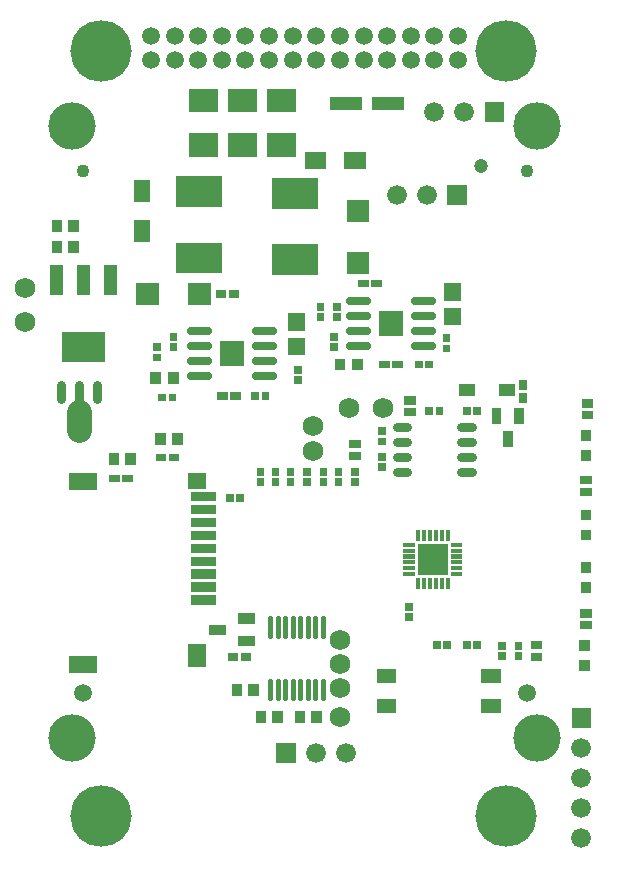
<source format=gts>
G04 Layer: TopSolderMaskLayer*
G04 EasyEDA v6.4.31, 2022-04-07 10:18:28*
G04 166d8731ec0749d1b06731797b2d177b,10*
G04 Gerber Generator version 0.2*
G04 Scale: 100 percent, Rotated: No, Reflected: No *
G04 Dimensions in inches *
G04 leading zeros omitted , absolute positions ,3 integer and 6 decimal *
%FSLAX36Y36*%
%MOIN*%

%ADD74C,0.0266*%
%ADD75C,0.0316*%
%ADD76C,0.0827*%
%ADD77C,0.0180*%
%ADD78C,0.0316*%
%ADD79C,0.0474*%
%ADD80C,0.1576*%
%ADD81C,0.0592*%
%ADD82C,0.0434*%
%ADD83C,0.0680*%
%ADD84C,0.0660*%
%ADD118C,0.2049*%

%LPD*%
D74*
X664798Y-1085000D02*
G01*
X607161Y-1085000D01*
X664798Y-1135000D02*
G01*
X607161Y-1135000D01*
X664798Y-1185000D02*
G01*
X607161Y-1185000D01*
X664798Y-1235000D02*
G01*
X607161Y-1235000D01*
X882839Y-1085000D02*
G01*
X825200Y-1085000D01*
X882839Y-1135000D02*
G01*
X825200Y-1135000D01*
X882839Y-1185000D02*
G01*
X825200Y-1185000D01*
X882839Y-1235000D02*
G01*
X825200Y-1235000D01*
X1194799Y-985000D02*
G01*
X1137160Y-985000D01*
X1194799Y-1035000D02*
G01*
X1137160Y-1035000D01*
X1194799Y-1085000D02*
G01*
X1137160Y-1085000D01*
X1194799Y-1135000D02*
G01*
X1137160Y-1135000D01*
X1412839Y-985000D02*
G01*
X1355200Y-985000D01*
X1412839Y-1035000D02*
G01*
X1355200Y-1035000D01*
X1412839Y-1085000D02*
G01*
X1355200Y-1085000D01*
X1412839Y-1135000D02*
G01*
X1355200Y-1135000D01*
D75*
X175900Y-1262177D02*
G01*
X175900Y-1309421D01*
X294099Y-1262177D02*
G01*
X294099Y-1309421D01*
D76*
X235000Y-1354672D02*
G01*
X235000Y-1413728D01*
D75*
X235000Y-1317258D02*
G01*
X235000Y-1262141D01*
D77*
X872500Y-2308245D02*
G01*
X872500Y-2250796D01*
X897500Y-2308245D02*
G01*
X897500Y-2250796D01*
X922500Y-2308245D02*
G01*
X922500Y-2250796D01*
X947500Y-2308245D02*
G01*
X947500Y-2250796D01*
X972500Y-2308245D02*
G01*
X972500Y-2250796D01*
X997500Y-2308245D02*
G01*
X997500Y-2250796D01*
X1022500Y-2308245D02*
G01*
X1022500Y-2250796D01*
X1047500Y-2308245D02*
G01*
X1047500Y-2250796D01*
X872500Y-2099203D02*
G01*
X872500Y-2041756D01*
X897500Y-2099203D02*
G01*
X897500Y-2041756D01*
X922500Y-2099203D02*
G01*
X922500Y-2041756D01*
X947500Y-2099203D02*
G01*
X947500Y-2041756D01*
X972500Y-2099203D02*
G01*
X972500Y-2041756D01*
X997500Y-2099203D02*
G01*
X997500Y-2041756D01*
X1022500Y-2099203D02*
G01*
X1022500Y-2041756D01*
X1047500Y-2099203D02*
G01*
X1047500Y-2041756D01*
D78*
X1330240Y-1405000D02*
G01*
X1294018Y-1405000D01*
X1330240Y-1455000D02*
G01*
X1294018Y-1455000D01*
X1330240Y-1505000D02*
G01*
X1294018Y-1505000D01*
X1330240Y-1555000D02*
G01*
X1294018Y-1555000D01*
X1545981Y-1405000D02*
G01*
X1509759Y-1405000D01*
X1545981Y-1455000D02*
G01*
X1509759Y-1455000D01*
X1545981Y-1505000D02*
G01*
X1509759Y-1505000D01*
X1545981Y-1555000D02*
G01*
X1509759Y-1555000D01*
D79*
G01*
X1575000Y-535000D03*
D80*
G01*
X211500Y-399149D03*
D81*
G01*
X1727169Y-2291329D03*
D82*
G01*
X1727169Y-549169D03*
D80*
G01*
X1763149Y-399149D03*
G01*
X1763149Y-2441350D03*
G01*
X211500Y-2441350D03*
D81*
G01*
X247480Y-2291329D03*
D82*
G01*
X247480Y-549169D03*
D83*
G01*
X55000Y-940000D03*
G01*
X1105000Y-2115000D03*
G01*
X1105000Y-2195000D03*
G01*
X55000Y-1055000D03*
D84*
G01*
X1910000Y-2775000D03*
G01*
X1910000Y-2675000D03*
G01*
X1910000Y-2575000D03*
G01*
X1910000Y-2475000D03*
G36*
X1876999Y-2408000D02*
G01*
X1876999Y-2341999D01*
X1943000Y-2341999D01*
X1943000Y-2408000D01*
G37*
G01*
X1420000Y-355000D03*
G01*
X1520000Y-355000D03*
G36*
X1586999Y-388000D02*
G01*
X1586999Y-321999D01*
X1653000Y-321999D01*
X1653000Y-388000D01*
G37*
G01*
X1125000Y-2490000D03*
G01*
X1025000Y-2490000D03*
G36*
X891999Y-2523000D02*
G01*
X891999Y-2456999D01*
X958000Y-2456999D01*
X958000Y-2523000D01*
G37*
G01*
X1295000Y-630000D03*
G01*
X1395000Y-630000D03*
G36*
X1461999Y-663000D02*
G01*
X1461999Y-596999D01*
X1528000Y-596999D01*
X1528000Y-663000D01*
G37*
G36*
X1359099Y-1943499D02*
G01*
X1359099Y-1905999D01*
X1372899Y-1905999D01*
X1372899Y-1943499D01*
G37*
G36*
X1378800Y-1943499D02*
G01*
X1378800Y-1905999D01*
X1392600Y-1905999D01*
X1392600Y-1943499D01*
G37*
G36*
X1398500Y-1943499D02*
G01*
X1398500Y-1905999D01*
X1412299Y-1905999D01*
X1412299Y-1943499D01*
G37*
G36*
X1418199Y-1943499D02*
G01*
X1418199Y-1905999D01*
X1431999Y-1905999D01*
X1431999Y-1943499D01*
G37*
G36*
X1437799Y-1943499D02*
G01*
X1437799Y-1905999D01*
X1451599Y-1905999D01*
X1451599Y-1943499D01*
G37*
G36*
X1457500Y-1943499D02*
G01*
X1457500Y-1905999D01*
X1471300Y-1905999D01*
X1471300Y-1943499D01*
G37*
G36*
X1476000Y-1901300D02*
G01*
X1476000Y-1887399D01*
X1513500Y-1887399D01*
X1513500Y-1901300D01*
G37*
G36*
X1476000Y-1881700D02*
G01*
X1476000Y-1867899D01*
X1513500Y-1867899D01*
X1513500Y-1881700D01*
G37*
G36*
X1476000Y-1861999D02*
G01*
X1476000Y-1848200D01*
X1513500Y-1848200D01*
X1513500Y-1861999D01*
G37*
G36*
X1476000Y-1842300D02*
G01*
X1476000Y-1828499D01*
X1513500Y-1828499D01*
X1513500Y-1842300D01*
G37*
G36*
X1476000Y-1822600D02*
G01*
X1476000Y-1808800D01*
X1513500Y-1808800D01*
X1513500Y-1822600D01*
G37*
G36*
X1476000Y-1802899D02*
G01*
X1476000Y-1789099D01*
X1513500Y-1789099D01*
X1513500Y-1802899D01*
G37*
G36*
X1457500Y-1784000D02*
G01*
X1457500Y-1746500D01*
X1471300Y-1746500D01*
X1471300Y-1784000D01*
G37*
G36*
X1437799Y-1784000D02*
G01*
X1437799Y-1746500D01*
X1451599Y-1746500D01*
X1451599Y-1784000D01*
G37*
G36*
X1418199Y-1784000D02*
G01*
X1418199Y-1746500D01*
X1431999Y-1746500D01*
X1431999Y-1784000D01*
G37*
G36*
X1398500Y-1784000D02*
G01*
X1398500Y-1746500D01*
X1412299Y-1746500D01*
X1412299Y-1784000D01*
G37*
G36*
X1378800Y-1784000D02*
G01*
X1378800Y-1746500D01*
X1392600Y-1746500D01*
X1392600Y-1784000D01*
G37*
G36*
X1359099Y-1784000D02*
G01*
X1359099Y-1746500D01*
X1372899Y-1746500D01*
X1372899Y-1784000D01*
G37*
G36*
X1316499Y-1802899D02*
G01*
X1316499Y-1789099D01*
X1353999Y-1789099D01*
X1353999Y-1802899D01*
G37*
G36*
X1316499Y-1822600D02*
G01*
X1316499Y-1808800D01*
X1353999Y-1808800D01*
X1353999Y-1822600D01*
G37*
G36*
X1316499Y-1842300D02*
G01*
X1316499Y-1828499D01*
X1353999Y-1828499D01*
X1353999Y-1842300D01*
G37*
G36*
X1316499Y-1861999D02*
G01*
X1316499Y-1848200D01*
X1353999Y-1848200D01*
X1353999Y-1861999D01*
G37*
G36*
X1316499Y-1881700D02*
G01*
X1316499Y-1867899D01*
X1353999Y-1867899D01*
X1353999Y-1881700D01*
G37*
G36*
X1316499Y-1901300D02*
G01*
X1316499Y-1887399D01*
X1353999Y-1887399D01*
X1353999Y-1901300D01*
G37*
G36*
X1363800Y-1896199D02*
G01*
X1363800Y-1793800D01*
X1466199Y-1793800D01*
X1466199Y-1896199D01*
G37*
G36*
X730999Y-2182600D02*
G01*
X730999Y-2157399D01*
X766099Y-2157399D01*
X766099Y-2182600D01*
G37*
G36*
X773900Y-2182600D02*
G01*
X773900Y-2157399D01*
X808999Y-2157399D01*
X808999Y-2182600D01*
G37*
G36*
X931400Y-1165300D02*
G01*
X931400Y-1105799D01*
X988599Y-1105799D01*
X988599Y-1165300D01*
G37*
G36*
X931400Y-1084200D02*
G01*
X931400Y-1024699D01*
X988599Y-1024699D01*
X988599Y-1084200D01*
G37*
G36*
X417500Y-655199D02*
G01*
X417500Y-581999D01*
X472500Y-581999D01*
X472500Y-655199D01*
G37*
G36*
X417500Y-788000D02*
G01*
X417500Y-714800D01*
X472500Y-714800D01*
X472500Y-788000D01*
G37*
G36*
X1278900Y-1207600D02*
G01*
X1278900Y-1182399D01*
X1313999Y-1182399D01*
X1313999Y-1207600D01*
G37*
G36*
X1236000Y-1207600D02*
G01*
X1236000Y-1182399D01*
X1271099Y-1182399D01*
X1271099Y-1207600D01*
G37*
G36*
X1451400Y-1065300D02*
G01*
X1451400Y-1005799D01*
X1508599Y-1005799D01*
X1508599Y-1065300D01*
G37*
G36*
X1451400Y-984200D02*
G01*
X1451400Y-924699D01*
X1508599Y-924699D01*
X1508599Y-984200D01*
G37*
G36*
X482399Y-1151100D02*
G01*
X482399Y-1124800D01*
X507600Y-1124800D01*
X507600Y-1151100D01*
G37*
G36*
X482399Y-1185199D02*
G01*
X482399Y-1158899D01*
X507600Y-1158899D01*
X507600Y-1185199D01*
G37*
G36*
X531799Y-1259000D02*
G01*
X531799Y-1220999D01*
X567500Y-1220999D01*
X567500Y-1259000D01*
G37*
G36*
X472500Y-1259000D02*
G01*
X472500Y-1220999D01*
X508200Y-1220999D01*
X508200Y-1259000D01*
G37*
G36*
X533899Y-1317600D02*
G01*
X533899Y-1292399D01*
X560199Y-1292399D01*
X560199Y-1317600D01*
G37*
G36*
X499800Y-1317600D02*
G01*
X499800Y-1292399D01*
X526100Y-1292399D01*
X526100Y-1317600D01*
G37*
G36*
X952399Y-1226100D02*
G01*
X952399Y-1199800D01*
X977600Y-1199800D01*
X977600Y-1226100D01*
G37*
G36*
X952399Y-1260199D02*
G01*
X952399Y-1233899D01*
X977600Y-1233899D01*
X977600Y-1260199D01*
G37*
G36*
X809799Y-1312600D02*
G01*
X809799Y-1287399D01*
X836099Y-1287399D01*
X836099Y-1312600D01*
G37*
G36*
X843900Y-1312600D02*
G01*
X843900Y-1287399D01*
X870200Y-1287399D01*
X870200Y-1312600D01*
G37*
G36*
X1142399Y-1566100D02*
G01*
X1142399Y-1539800D01*
X1167600Y-1539800D01*
X1167600Y-1566100D01*
G37*
G36*
X1142399Y-1600199D02*
G01*
X1142399Y-1573899D01*
X1167600Y-1573899D01*
X1167600Y-1600199D01*
G37*
G36*
X877399Y-1566100D02*
G01*
X877399Y-1539800D01*
X902600Y-1539800D01*
X902600Y-1566100D01*
G37*
G36*
X877399Y-1600199D02*
G01*
X877399Y-1573899D01*
X902600Y-1573899D01*
X902600Y-1600199D01*
G37*
G36*
X703600Y-1201399D02*
G01*
X703600Y-1118600D01*
X786400Y-1118600D01*
X786400Y-1201399D01*
G37*
D83*
G01*
X1135000Y-1340000D03*
G01*
X1250000Y-1340000D03*
G36*
X738899Y-1312600D02*
G01*
X738899Y-1287399D01*
X773999Y-1287399D01*
X773999Y-1312600D01*
G37*
G36*
X695999Y-1312600D02*
G01*
X695999Y-1287399D01*
X731100Y-1287399D01*
X731100Y-1312600D01*
G37*
G36*
X690999Y-972600D02*
G01*
X690999Y-947399D01*
X726100Y-947399D01*
X726100Y-972600D01*
G37*
G36*
X733899Y-972600D02*
G01*
X733899Y-947399D01*
X768999Y-947399D01*
X768999Y-972600D01*
G37*
G36*
X986999Y-542500D02*
G01*
X986999Y-487500D01*
X1060200Y-487500D01*
X1060200Y-542500D01*
G37*
G36*
X1119799Y-542500D02*
G01*
X1119799Y-487500D01*
X1193000Y-487500D01*
X1193000Y-542500D01*
G37*
G36*
X1166000Y-937600D02*
G01*
X1166000Y-912399D01*
X1201099Y-912399D01*
X1201099Y-937600D01*
G37*
G36*
X1208900Y-937600D02*
G01*
X1208900Y-912399D01*
X1243999Y-912399D01*
X1243999Y-937600D01*
G37*
G36*
X490999Y-1517600D02*
G01*
X490999Y-1492399D01*
X526100Y-1492399D01*
X526100Y-1517600D01*
G37*
G36*
X533899Y-1517600D02*
G01*
X533899Y-1492399D01*
X569000Y-1492399D01*
X569000Y-1517600D01*
G37*
G36*
X335999Y-1587600D02*
G01*
X335999Y-1562399D01*
X371100Y-1562399D01*
X371100Y-1587600D01*
G37*
G36*
X378899Y-1587600D02*
G01*
X378899Y-1562399D01*
X414000Y-1562399D01*
X414000Y-1587600D01*
G37*
G36*
X426199Y-995500D02*
G01*
X426199Y-924499D01*
X501100Y-924499D01*
X501100Y-995500D01*
G37*
G36*
X598899Y-995500D02*
G01*
X598899Y-924499D01*
X673800Y-924499D01*
X673800Y-995500D01*
G37*
G36*
X1129499Y-721100D02*
G01*
X1129499Y-646199D01*
X1200500Y-646199D01*
X1200500Y-721100D01*
G37*
G36*
X1129499Y-893800D02*
G01*
X1129499Y-818899D01*
X1200500Y-818899D01*
X1200500Y-893800D01*
G37*
G36*
X1248500Y-346500D02*
G01*
X1248500Y-303499D01*
X1281499Y-303499D01*
X1281499Y-346500D01*
G37*
G36*
X1211000Y-346500D02*
G01*
X1211000Y-303499D01*
X1248999Y-303499D01*
X1248999Y-346500D01*
G37*
G36*
X1281000Y-346500D02*
G01*
X1281000Y-303499D01*
X1318999Y-303499D01*
X1318999Y-346500D01*
G37*
G36*
X1108500Y-346500D02*
G01*
X1108500Y-303499D01*
X1141499Y-303499D01*
X1141499Y-346500D01*
G37*
G36*
X1141000Y-346500D02*
G01*
X1141000Y-303499D01*
X1178999Y-303499D01*
X1178999Y-346500D01*
G37*
G36*
X1071000Y-346500D02*
G01*
X1071000Y-303499D01*
X1108999Y-303499D01*
X1108999Y-346500D01*
G37*
G36*
X558200Y-891399D02*
G01*
X558200Y-789000D01*
X711799Y-789000D01*
X711799Y-891399D01*
G37*
G36*
X558200Y-670999D02*
G01*
X558200Y-568600D01*
X711799Y-568600D01*
X711799Y-670999D01*
G37*
G36*
X878199Y-896399D02*
G01*
X878199Y-794000D01*
X1031800Y-794000D01*
X1031800Y-896399D01*
G37*
G36*
X878199Y-675999D02*
G01*
X878199Y-573600D01*
X1031800Y-573600D01*
X1031800Y-675999D01*
G37*
G36*
X1686599Y-1392199D02*
G01*
X1686599Y-1339000D01*
X1718199Y-1339000D01*
X1718199Y-1392199D01*
G37*
G36*
X1611800Y-1392199D02*
G01*
X1611800Y-1339000D01*
X1643400Y-1339000D01*
X1643400Y-1392199D01*
G37*
G36*
X1649200Y-1470999D02*
G01*
X1649200Y-1417800D01*
X1680799Y-1417800D01*
X1680799Y-1470999D01*
G37*
G36*
X537399Y-1116100D02*
G01*
X537399Y-1089800D01*
X562600Y-1089800D01*
X562600Y-1116100D01*
G37*
G36*
X537399Y-1150199D02*
G01*
X537399Y-1123899D01*
X562600Y-1123899D01*
X562600Y-1150199D01*
G37*
G36*
X724800Y-1652600D02*
G01*
X724800Y-1627399D01*
X751100Y-1627399D01*
X751100Y-1652600D01*
G37*
G36*
X758899Y-1652600D02*
G01*
X758899Y-1627399D01*
X785200Y-1627399D01*
X785200Y-1652600D01*
G37*
G36*
X1027399Y-1016100D02*
G01*
X1027399Y-989800D01*
X1052600Y-989800D01*
X1052600Y-1016100D01*
G37*
G36*
X1027399Y-1050199D02*
G01*
X1027399Y-1023899D01*
X1052600Y-1023899D01*
X1052600Y-1050199D01*
G37*
G36*
X1082399Y-1050199D02*
G01*
X1082399Y-1023899D01*
X1107600Y-1023899D01*
X1107600Y-1050199D01*
G37*
G36*
X1082399Y-1016100D02*
G01*
X1082399Y-989800D01*
X1107600Y-989800D01*
X1107600Y-1016100D01*
G37*
G36*
X1146800Y-1214000D02*
G01*
X1146800Y-1175999D01*
X1182500Y-1175999D01*
X1182500Y-1214000D01*
G37*
G36*
X1087500Y-1214000D02*
G01*
X1087500Y-1175999D01*
X1123199Y-1175999D01*
X1123199Y-1214000D01*
G37*
G36*
X1072399Y-1150199D02*
G01*
X1072399Y-1123899D01*
X1097600Y-1123899D01*
X1097600Y-1150199D01*
G37*
G36*
X1072399Y-1116100D02*
G01*
X1072399Y-1089800D01*
X1097600Y-1089800D01*
X1097600Y-1116100D01*
G37*
G36*
X1447399Y-1121100D02*
G01*
X1447399Y-1094800D01*
X1472600Y-1094800D01*
X1472600Y-1121100D01*
G37*
G36*
X1447399Y-1155199D02*
G01*
X1447399Y-1128899D01*
X1472600Y-1128899D01*
X1472600Y-1155199D01*
G37*
G36*
X1354799Y-1207600D02*
G01*
X1354799Y-1182399D01*
X1381099Y-1182399D01*
X1381099Y-1207600D01*
G37*
G36*
X1388900Y-1207600D02*
G01*
X1388900Y-1182399D01*
X1415200Y-1182399D01*
X1415200Y-1207600D01*
G37*
G36*
X1322399Y-2050199D02*
G01*
X1322399Y-2023899D01*
X1347600Y-2023899D01*
X1347600Y-2050199D01*
G37*
G36*
X1322399Y-2016100D02*
G01*
X1322399Y-1989800D01*
X1347600Y-1989800D01*
X1347600Y-2016100D01*
G37*
G36*
X1087399Y-1566100D02*
G01*
X1087399Y-1539800D01*
X1112600Y-1539800D01*
X1112600Y-1566100D01*
G37*
G36*
X1087399Y-1600199D02*
G01*
X1087399Y-1573899D01*
X1112600Y-1573899D01*
X1112600Y-1600199D01*
G37*
G36*
X927399Y-1566100D02*
G01*
X927399Y-1539800D01*
X952600Y-1539800D01*
X952600Y-1566100D01*
G37*
G36*
X927399Y-1600199D02*
G01*
X927399Y-1573899D01*
X952600Y-1573899D01*
X952600Y-1600199D01*
G37*
G36*
X982399Y-1566100D02*
G01*
X982399Y-1539800D01*
X1007600Y-1539800D01*
X1007600Y-1566100D01*
G37*
G36*
X982399Y-1600199D02*
G01*
X982399Y-1573899D01*
X1007600Y-1573899D01*
X1007600Y-1600199D01*
G37*
G36*
X1037399Y-1566100D02*
G01*
X1037399Y-1539800D01*
X1062600Y-1539800D01*
X1062600Y-1566100D01*
G37*
G36*
X1037399Y-1600199D02*
G01*
X1037399Y-1573899D01*
X1062600Y-1573899D01*
X1062600Y-1600199D01*
G37*
G36*
X1740299Y-2183499D02*
G01*
X1740299Y-2155799D01*
X1779700Y-2155799D01*
X1779700Y-2183499D01*
G37*
G36*
X1740299Y-2144200D02*
G01*
X1740299Y-2116500D01*
X1779700Y-2116500D01*
X1779700Y-2144200D01*
G37*
G36*
X827399Y-1566100D02*
G01*
X827399Y-1539800D01*
X852600Y-1539800D01*
X852600Y-1566100D01*
G37*
G36*
X827399Y-1600199D02*
G01*
X827399Y-1573899D01*
X852600Y-1573899D01*
X852600Y-1600199D01*
G37*
G36*
X1229399Y-2358699D02*
G01*
X1229399Y-2311300D01*
X1293400Y-2311300D01*
X1293400Y-2358699D01*
G37*
G36*
X1576599Y-2358699D02*
G01*
X1576599Y-2311300D01*
X1640600Y-2311300D01*
X1640600Y-2358699D01*
G37*
G36*
X1576599Y-2258699D02*
G01*
X1576599Y-2211300D01*
X1640600Y-2211300D01*
X1640600Y-2258699D01*
G37*
G36*
X1229399Y-2258699D02*
G01*
X1229399Y-2211300D01*
X1293400Y-2211300D01*
X1293400Y-2258699D01*
G37*
G36*
X1233599Y-1101399D02*
G01*
X1233599Y-1018600D01*
X1316400Y-1018600D01*
X1316400Y-1101399D01*
G37*
G36*
X319299Y-964000D02*
G01*
X319299Y-862800D01*
X361799Y-862800D01*
X361799Y-964000D01*
G37*
G36*
X228699Y-964000D02*
G01*
X228699Y-862800D01*
X271300Y-862800D01*
X271300Y-964000D01*
G37*
G36*
X138200Y-964000D02*
G01*
X138200Y-862800D01*
X180700Y-862800D01*
X180700Y-964000D01*
G37*
G36*
X177100Y-1187199D02*
G01*
X177100Y-1085999D01*
X322899Y-1085999D01*
X322899Y-1187199D01*
G37*
G36*
X954700Y-2389699D02*
G01*
X954700Y-2350300D01*
X990200Y-2350300D01*
X990200Y-2389699D01*
G37*
G36*
X1009799Y-2389699D02*
G01*
X1009799Y-2350300D01*
X1045299Y-2350300D01*
X1045299Y-2389699D01*
G37*
G36*
X879799Y-2389699D02*
G01*
X879799Y-2350300D01*
X915299Y-2350300D01*
X915299Y-2389699D01*
G37*
G36*
X824700Y-2389699D02*
G01*
X824700Y-2350300D01*
X860200Y-2350300D01*
X860200Y-2389699D01*
G37*
G36*
X799799Y-2299699D02*
G01*
X799799Y-2260300D01*
X835299Y-2260300D01*
X835299Y-2299699D01*
G37*
G36*
X744699Y-2299699D02*
G01*
X744699Y-2260300D01*
X780200Y-2260300D01*
X780200Y-2299699D01*
G37*
G36*
X601199Y-354699D02*
G01*
X601199Y-275799D01*
X698800Y-275799D01*
X698800Y-354699D01*
G37*
G36*
X601199Y-504200D02*
G01*
X601199Y-425300D01*
X698800Y-425300D01*
X698800Y-504200D01*
G37*
G36*
X731199Y-354699D02*
G01*
X731199Y-275799D01*
X828800Y-275799D01*
X828800Y-354699D01*
G37*
G36*
X731199Y-504200D02*
G01*
X731199Y-425300D01*
X828800Y-425300D01*
X828800Y-504200D01*
G37*
G36*
X861199Y-354699D02*
G01*
X861199Y-275799D01*
X958800Y-275799D01*
X958800Y-354699D01*
G37*
G36*
X861199Y-504200D02*
G01*
X861199Y-425300D01*
X958800Y-425300D01*
X958800Y-504200D01*
G37*
G36*
X1702399Y-1324000D02*
G01*
X1702399Y-1288899D01*
X1727600Y-1288899D01*
X1727600Y-1324000D01*
G37*
G36*
X1702399Y-1281100D02*
G01*
X1702399Y-1245999D01*
X1727600Y-1245999D01*
X1727600Y-1281100D01*
G37*
G36*
X334699Y-1529699D02*
G01*
X334699Y-1490300D01*
X370199Y-1490300D01*
X370199Y-1529699D01*
G37*
G36*
X389800Y-1529699D02*
G01*
X389800Y-1490300D01*
X425300Y-1490300D01*
X425300Y-1529699D01*
G37*
G36*
X144699Y-754699D02*
G01*
X144699Y-715300D01*
X180199Y-715300D01*
X180199Y-754699D01*
G37*
G36*
X199800Y-754699D02*
G01*
X199800Y-715300D01*
X235300Y-715300D01*
X235300Y-754699D01*
G37*
G36*
X1320200Y-1329200D02*
G01*
X1320200Y-1301500D01*
X1359700Y-1301500D01*
X1359700Y-1329200D01*
G37*
G36*
X1320200Y-1368499D02*
G01*
X1320200Y-1340799D01*
X1359700Y-1340799D01*
X1359700Y-1368499D01*
G37*
G36*
X489699Y-1464699D02*
G01*
X489699Y-1425300D01*
X525199Y-1425300D01*
X525199Y-1464699D01*
G37*
G36*
X544800Y-1464699D02*
G01*
X544800Y-1425300D01*
X580300Y-1425300D01*
X580300Y-1464699D01*
G37*
G36*
X144699Y-824699D02*
G01*
X144699Y-785300D01*
X180199Y-785300D01*
X180199Y-824699D01*
G37*
G36*
X199800Y-824699D02*
G01*
X199800Y-785300D01*
X235300Y-785300D01*
X235300Y-824699D01*
G37*
G36*
X667199Y-2097800D02*
G01*
X667199Y-2062199D01*
X724400Y-2062199D01*
X724400Y-2097800D01*
G37*
G36*
X765600Y-2060399D02*
G01*
X765600Y-2024800D01*
X822799Y-2024800D01*
X822799Y-2060399D01*
G37*
G36*
X765600Y-2135200D02*
G01*
X765600Y-2099600D01*
X822799Y-2099600D01*
X822799Y-2135200D01*
G37*
G36*
X1636300Y-1300700D02*
G01*
X1636300Y-1259299D01*
X1687600Y-1259299D01*
X1687600Y-1300700D01*
G37*
G36*
X1502399Y-1300700D02*
G01*
X1502399Y-1259299D01*
X1553699Y-1259299D01*
X1553699Y-1300700D01*
G37*
G36*
X1632399Y-2146100D02*
G01*
X1632399Y-2119800D01*
X1657600Y-2119800D01*
X1657600Y-2146100D01*
G37*
G36*
X1632399Y-2180200D02*
G01*
X1632399Y-2153899D01*
X1657600Y-2153899D01*
X1657600Y-2180200D01*
G37*
G36*
X1687399Y-2146100D02*
G01*
X1687399Y-2119800D01*
X1712600Y-2119800D01*
X1712600Y-2146100D01*
G37*
G36*
X1687399Y-2180200D02*
G01*
X1687399Y-2153899D01*
X1712600Y-2153899D01*
X1712600Y-2180200D01*
G37*
G36*
X1548900Y-2142600D02*
G01*
X1548900Y-2117399D01*
X1575200Y-2117399D01*
X1575200Y-2142600D01*
G37*
G36*
X1514799Y-2142600D02*
G01*
X1514799Y-2117399D01*
X1541099Y-2117399D01*
X1541099Y-2142600D01*
G37*
G36*
X1448900Y-2142600D02*
G01*
X1448900Y-2117399D01*
X1475200Y-2117399D01*
X1475200Y-2142600D01*
G37*
G36*
X1414799Y-2142600D02*
G01*
X1414799Y-2117399D01*
X1441099Y-2117399D01*
X1441099Y-2142600D01*
G37*
G36*
X1910299Y-1378499D02*
G01*
X1910299Y-1350799D01*
X1949700Y-1350799D01*
X1949700Y-1378499D01*
G37*
G36*
X1910299Y-1339200D02*
G01*
X1910299Y-1311500D01*
X1949700Y-1311500D01*
X1949700Y-1339200D01*
G37*
G36*
X1905299Y-1633499D02*
G01*
X1905299Y-1605799D01*
X1944700Y-1605799D01*
X1944700Y-1633499D01*
G37*
G36*
X1905299Y-1594200D02*
G01*
X1905299Y-1566500D01*
X1944700Y-1566500D01*
X1944700Y-1594200D01*
G37*
G36*
X1905299Y-2039200D02*
G01*
X1905299Y-2011500D01*
X1944700Y-2011500D01*
X1944700Y-2039200D01*
G37*
G36*
X1905299Y-2078499D02*
G01*
X1905299Y-2050799D01*
X1944700Y-2050799D01*
X1944700Y-2078499D01*
G37*
G36*
X1548900Y-1362600D02*
G01*
X1548900Y-1337399D01*
X1575200Y-1337399D01*
X1575200Y-1362600D01*
G37*
G36*
X1514799Y-1362600D02*
G01*
X1514799Y-1337399D01*
X1541099Y-1337399D01*
X1541099Y-1362600D01*
G37*
G36*
X1389799Y-1362600D02*
G01*
X1389799Y-1337399D01*
X1416099Y-1337399D01*
X1416099Y-1362600D01*
G37*
G36*
X1423900Y-1362600D02*
G01*
X1423900Y-1337399D01*
X1450200Y-1337399D01*
X1450200Y-1362600D01*
G37*
G36*
X1135299Y-1474200D02*
G01*
X1135299Y-1446500D01*
X1174700Y-1446500D01*
X1174700Y-1474200D01*
G37*
G36*
X1135299Y-1513499D02*
G01*
X1135299Y-1485799D01*
X1174700Y-1485799D01*
X1174700Y-1513499D01*
G37*
G01*
X1105000Y-2275000D03*
D81*
G01*
X475030Y-99980D03*
G01*
X475030Y-178719D03*
G01*
X553769Y-99980D03*
G01*
X553769Y-178719D03*
G01*
X632510Y-178719D03*
G01*
X632510Y-99980D03*
G01*
X789989Y-99980D03*
G01*
X789989Y-178719D03*
G01*
X711250Y-178719D03*
G01*
X711250Y-99980D03*
G01*
X947470Y-99980D03*
G01*
X947470Y-178719D03*
G01*
X868729Y-178719D03*
G01*
X868729Y-99980D03*
G01*
X1104949Y-99980D03*
G01*
X1104949Y-178719D03*
G01*
X1026210Y-178719D03*
G01*
X1026210Y-99980D03*
G01*
X1262430Y-99980D03*
G01*
X1262430Y-178719D03*
G01*
X1183689Y-178719D03*
G01*
X1183689Y-99980D03*
G01*
X1419909Y-99980D03*
G01*
X1419909Y-178719D03*
G01*
X1341170Y-178719D03*
G01*
X1341170Y-99980D03*
G01*
X1498649Y-178719D03*
G01*
X1498649Y-99980D03*
D83*
G01*
X1015000Y-1400000D03*
G01*
X1015000Y-1485000D03*
G01*
X1105000Y-2370000D03*
G36*
X609200Y-1996399D02*
G01*
X609200Y-1964899D01*
X691999Y-1964899D01*
X691999Y-1996399D01*
G37*
G36*
X609200Y-1953400D02*
G01*
X609200Y-1921799D01*
X691900Y-1921799D01*
X691900Y-1953400D01*
G37*
G36*
X609200Y-1910199D02*
G01*
X609200Y-1878699D01*
X691999Y-1878699D01*
X691999Y-1910199D01*
G37*
G36*
X609200Y-1866900D02*
G01*
X609200Y-1835399D01*
X691999Y-1835399D01*
X691999Y-1866900D01*
G37*
G36*
X609200Y-1823699D02*
G01*
X609200Y-1792100D01*
X691999Y-1792100D01*
X691999Y-1823699D01*
G37*
G36*
X609200Y-1780399D02*
G01*
X609200Y-1748899D01*
X691999Y-1748899D01*
X691999Y-1780399D01*
G37*
G36*
X609200Y-1737300D02*
G01*
X609200Y-1705700D01*
X691999Y-1705700D01*
X691999Y-1737300D01*
G37*
G36*
X609200Y-1694000D02*
G01*
X609200Y-1662500D01*
X691999Y-1662500D01*
X691999Y-1694000D01*
G37*
G36*
X609200Y-1650599D02*
G01*
X609200Y-1619000D01*
X691999Y-1619000D01*
X691999Y-1650599D01*
G37*
G36*
X599899Y-1609899D02*
G01*
X599899Y-1558699D01*
X658899Y-1558699D01*
X658899Y-1609899D01*
G37*
G36*
X599899Y-2202700D02*
G01*
X599899Y-2128699D01*
X658899Y-2128699D01*
X658899Y-2202700D01*
G37*
G36*
X202399Y-2222700D02*
G01*
X202399Y-2168699D01*
X296399Y-2168699D01*
X296399Y-2222700D01*
G37*
G36*
X202399Y-1612699D02*
G01*
X202399Y-1558699D01*
X296399Y-1558699D01*
X296399Y-1612699D01*
G37*
G36*
X1907299Y-1714200D02*
G01*
X1907299Y-1678800D01*
X1942700Y-1678800D01*
X1942700Y-1714200D01*
G37*
G36*
X1907299Y-1781199D02*
G01*
X1907299Y-1745799D01*
X1942700Y-1745799D01*
X1942700Y-1781199D01*
G37*
G36*
X1907299Y-1956199D02*
G01*
X1907299Y-1920799D01*
X1942700Y-1920799D01*
X1942700Y-1956199D01*
G37*
G36*
X1907299Y-1889200D02*
G01*
X1907299Y-1853800D01*
X1942700Y-1853800D01*
X1942700Y-1889200D01*
G37*
G36*
X1232399Y-1550199D02*
G01*
X1232399Y-1523899D01*
X1257600Y-1523899D01*
X1257600Y-1550199D01*
G37*
G36*
X1232399Y-1516100D02*
G01*
X1232399Y-1489800D01*
X1257600Y-1489800D01*
X1257600Y-1516100D01*
G37*
G36*
X1232399Y-1465199D02*
G01*
X1232399Y-1438899D01*
X1257600Y-1438899D01*
X1257600Y-1465199D01*
G37*
G36*
X1232399Y-1431100D02*
G01*
X1232399Y-1404800D01*
X1257600Y-1404800D01*
X1257600Y-1431100D01*
G37*
G36*
X1902299Y-2149200D02*
G01*
X1902299Y-2113800D01*
X1937700Y-2113800D01*
X1937700Y-2149200D01*
G37*
G36*
X1902299Y-2216199D02*
G01*
X1902299Y-2180799D01*
X1937700Y-2180799D01*
X1937700Y-2216199D01*
G37*
G36*
X1907299Y-1449200D02*
G01*
X1907299Y-1413800D01*
X1942700Y-1413800D01*
X1942700Y-1449200D01*
G37*
G36*
X1907299Y-1516199D02*
G01*
X1907299Y-1480799D01*
X1942700Y-1480799D01*
X1942700Y-1516199D01*
G37*
D118*
G01*
X310000Y-150000D03*
G01*
X1660000Y-150000D03*
G01*
X310000Y-2700000D03*
G01*
X1660000Y-2700000D03*
M02*

</source>
